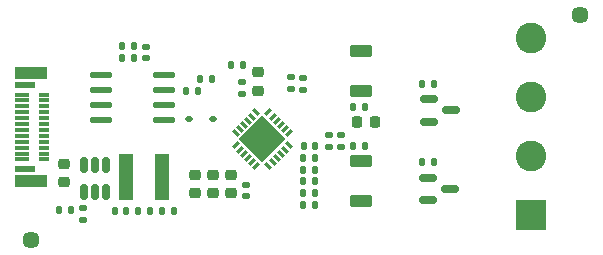
<source format=gbr>
%TF.GenerationSoftware,KiCad,Pcbnew,7.0.1-0*%
%TF.CreationDate,2023-12-26T15:33:35+01:00*%
%TF.ProjectId,luz,6c757a2e-6b69-4636-9164-5f7063625858,0.0.3a*%
%TF.SameCoordinates,Original*%
%TF.FileFunction,Soldermask,Top*%
%TF.FilePolarity,Negative*%
%FSLAX46Y46*%
G04 Gerber Fmt 4.6, Leading zero omitted, Abs format (unit mm)*
G04 Created by KiCad (PCBNEW 7.0.1-0) date 2023-12-26 15:33:35*
%MOMM*%
%LPD*%
G01*
G04 APERTURE LIST*
G04 Aperture macros list*
%AMRoundRect*
0 Rectangle with rounded corners*
0 $1 Rounding radius*
0 $2 $3 $4 $5 $6 $7 $8 $9 X,Y pos of 4 corners*
0 Add a 4 corners polygon primitive as box body*
4,1,4,$2,$3,$4,$5,$6,$7,$8,$9,$2,$3,0*
0 Add four circle primitives for the rounded corners*
1,1,$1+$1,$2,$3*
1,1,$1+$1,$4,$5*
1,1,$1+$1,$6,$7*
1,1,$1+$1,$8,$9*
0 Add four rect primitives between the rounded corners*
20,1,$1+$1,$2,$3,$4,$5,0*
20,1,$1+$1,$4,$5,$6,$7,0*
20,1,$1+$1,$6,$7,$8,$9,0*
20,1,$1+$1,$8,$9,$2,$3,0*%
%AMRotRect*
0 Rectangle, with rotation*
0 The origin of the aperture is its center*
0 $1 length*
0 $2 width*
0 $3 Rotation angle, in degrees counterclockwise*
0 Add horizontal line*
21,1,$1,$2,0,0,$3*%
G04 Aperture macros list end*
%ADD10RoundRect,0.135000X-0.135000X-0.185000X0.135000X-0.185000X0.135000X0.185000X-0.135000X0.185000X0*%
%ADD11RoundRect,0.135000X0.135000X0.185000X-0.135000X0.185000X-0.135000X-0.185000X0.135000X-0.185000X0*%
%ADD12RoundRect,0.225000X0.250000X-0.225000X0.250000X0.225000X-0.250000X0.225000X-0.250000X-0.225000X0*%
%ADD13O,1.888011X0.573990*%
%ADD14R,1.250013X0.300000*%
%ADD15R,0.850013X0.300000*%
%ADD16R,1.800000X0.500000*%
%ADD17R,2.800000X1.000000*%
%ADD18RoundRect,0.218750X0.256250X-0.218750X0.256250X0.218750X-0.256250X0.218750X-0.256250X-0.218750X0*%
%ADD19C,1.448000*%
%ADD20RoundRect,0.135000X-0.185000X0.135000X-0.185000X-0.135000X0.185000X-0.135000X0.185000X0.135000X0*%
%ADD21RoundRect,0.140000X-0.140000X-0.170000X0.140000X-0.170000X0.140000X0.170000X-0.140000X0.170000X0*%
%ADD22RoundRect,0.150000X-0.587500X-0.150000X0.587500X-0.150000X0.587500X0.150000X-0.587500X0.150000X0*%
%ADD23C,2.600000*%
%ADD24R,2.600000X2.600000*%
%ADD25RoundRect,0.102000X-0.850000X-0.400000X0.850000X-0.400000X0.850000X0.400000X-0.850000X0.400000X0*%
%ADD26RoundRect,0.218750X0.218750X0.256250X-0.218750X0.256250X-0.218750X-0.256250X0.218750X-0.256250X0*%
%ADD27RoundRect,0.140000X0.140000X0.170000X-0.140000X0.170000X-0.140000X-0.170000X0.140000X-0.170000X0*%
%ADD28RotRect,2.800000X2.800000X225.000000*%
%ADD29RotRect,0.280010X0.664999X225.000000*%
%ADD30RotRect,0.664999X0.280010X225.000000*%
%ADD31RoundRect,0.140000X-0.170000X0.140000X-0.170000X-0.140000X0.170000X-0.140000X0.170000X0.140000X0*%
%ADD32R,1.200000X4.000000*%
%ADD33RoundRect,0.112500X-0.187500X-0.112500X0.187500X-0.112500X0.187500X0.112500X-0.187500X0.112500X0*%
%ADD34RoundRect,0.135000X0.185000X-0.135000X0.185000X0.135000X-0.185000X0.135000X-0.185000X-0.135000X0*%
%ADD35RoundRect,0.150000X-0.150000X0.512500X-0.150000X-0.512500X0.150000X-0.512500X0.150000X0.512500X0*%
G04 APERTURE END LIST*
D10*
%TO.C,R14*%
X68310000Y-103350000D03*
X67290000Y-103350000D03*
%TD*%
D11*
%TO.C,R13*%
X68310000Y-110000000D03*
X67290000Y-110000000D03*
%TD*%
D12*
%TO.C,C9*%
X49620000Y-111045000D03*
X49620000Y-112595000D03*
%TD*%
D13*
%TO.C,U3*%
X45499009Y-106405004D03*
X45499009Y-105135001D03*
X45499009Y-103864999D03*
X45499009Y-102594996D03*
X40100991Y-102594996D03*
X40100991Y-103864999D03*
X40100991Y-105135001D03*
X40100991Y-106405004D03*
%TD*%
D11*
%TO.C,R9*%
X58250000Y-113600000D03*
X57230000Y-113600000D03*
%TD*%
D12*
%TO.C,C2*%
X37000000Y-110125000D03*
X37000000Y-111675000D03*
%TD*%
D14*
%TO.C,U1*%
X33419431Y-109749936D03*
X33419431Y-109250064D03*
X33419431Y-108749936D03*
X33419431Y-108250064D03*
X33419431Y-107749936D03*
X33419431Y-107250064D03*
X33419431Y-106749936D03*
X33419431Y-106250064D03*
X33419431Y-105749936D03*
X33419431Y-105250064D03*
X33419431Y-104749936D03*
X33419431Y-104250064D03*
D15*
X35329515Y-104250064D03*
X35329515Y-104749936D03*
X35329515Y-105250064D03*
X35329515Y-105749936D03*
X35329515Y-106250064D03*
X35329515Y-106749936D03*
X35329515Y-107250064D03*
X35329515Y-107749936D03*
X35329515Y-108250064D03*
X35329515Y-108749936D03*
X35329515Y-109250064D03*
X35329515Y-109749936D03*
D16*
X33694514Y-103425070D03*
D17*
X34194564Y-102410084D03*
X34194564Y-111589916D03*
D16*
X33694514Y-110574930D03*
%TD*%
D18*
%TO.C,D4*%
X53380000Y-103957500D03*
X53380000Y-102382500D03*
%TD*%
D19*
%TO.C,REF\u002A\u002A*%
X34200000Y-116600000D03*
%TD*%
%TO.C,*%
X80700000Y-97500000D03*
%TD*%
D20*
%TO.C,R1*%
X52080000Y-103220000D03*
X52080000Y-104240000D03*
%TD*%
D21*
%TO.C,C6*%
X58230000Y-111550000D03*
X57270000Y-111550000D03*
%TD*%
D11*
%TO.C,R7*%
X58260000Y-112570000D03*
X57240000Y-112570000D03*
%TD*%
D22*
%TO.C,Q4*%
X69675000Y-112250000D03*
X67800000Y-113200000D03*
X67800000Y-111300000D03*
%TD*%
%TO.C,Q1*%
X69737500Y-105600000D03*
X67862500Y-106550000D03*
X67862500Y-104650000D03*
%TD*%
D23*
%TO.C,J2*%
X76500000Y-99450000D03*
X76500000Y-104450000D03*
X76500000Y-109450000D03*
D24*
X76500000Y-114450000D03*
%TD*%
D21*
%TO.C,C4*%
X58230000Y-110600000D03*
X57270000Y-110600000D03*
%TD*%
D25*
%TO.C,S1*%
X62164457Y-103980000D03*
X62164457Y-100580000D03*
%TD*%
D10*
%TO.C,R3*%
X48530000Y-102900000D03*
X49550000Y-102900000D03*
%TD*%
D11*
%TO.C,R15*%
X62519999Y-105270000D03*
X61499999Y-105270000D03*
%TD*%
D12*
%TO.C,C12*%
X48110000Y-111045000D03*
X48110000Y-112595000D03*
%TD*%
D10*
%TO.C,R12*%
X44310000Y-114100000D03*
X43290000Y-114100000D03*
%TD*%
%TO.C,R4*%
X47350000Y-103950000D03*
X48370000Y-103950000D03*
%TD*%
D11*
%TO.C,R2*%
X42960000Y-101150000D03*
X41940000Y-101150000D03*
%TD*%
D21*
%TO.C,C10*%
X41940000Y-100150000D03*
X42900000Y-100150000D03*
%TD*%
D10*
%TO.C,R5*%
X51130000Y-101790000D03*
X52150000Y-101790000D03*
%TD*%
D12*
%TO.C,C3*%
X51143310Y-111034999D03*
X51143310Y-112584999D03*
%TD*%
D26*
%TO.C,D1*%
X61762500Y-106560000D03*
X63337500Y-106560000D03*
%TD*%
D20*
%TO.C,R10*%
X38600000Y-113890000D03*
X38600000Y-114910000D03*
%TD*%
%TO.C,R8*%
X59420000Y-107660000D03*
X59420000Y-108680000D03*
%TD*%
%TO.C,R6*%
X60490000Y-107670000D03*
X60490000Y-108690000D03*
%TD*%
D27*
%TO.C,C1*%
X61480000Y-108640000D03*
X62440000Y-108640000D03*
%TD*%
D10*
%TO.C,R16*%
X37620000Y-114000000D03*
X36600000Y-114000000D03*
%TD*%
D28*
%TO.C,U2*%
X53800000Y-108050000D03*
D29*
X56076858Y-108559182D03*
X55723395Y-108912645D03*
X55369752Y-109266289D03*
X55016289Y-109619752D03*
X54662645Y-109973395D03*
X54309182Y-110326858D03*
D30*
X53290818Y-110326858D03*
X52937355Y-109973395D03*
X52583711Y-109619752D03*
X52230248Y-109266289D03*
X51876605Y-108912645D03*
X51523142Y-108559182D03*
D29*
X51523142Y-107540818D03*
X51876605Y-107187355D03*
X52230248Y-106833711D03*
X52583711Y-106480248D03*
X52937355Y-106126605D03*
X53290818Y-105773142D03*
D30*
X54309182Y-105773142D03*
X54662645Y-106126605D03*
X55016289Y-106480248D03*
X55369752Y-106833711D03*
X55723395Y-107187355D03*
X56076858Y-107540818D03*
%TD*%
D25*
%TO.C,S2*%
X62164457Y-113260000D03*
X62164457Y-109860000D03*
%TD*%
D31*
%TO.C,C11*%
X43900000Y-100220000D03*
X43900000Y-101180000D03*
%TD*%
D32*
%TO.C,L1*%
X42275895Y-111200000D03*
X45324105Y-111200000D03*
%TD*%
D33*
%TO.C,D3*%
X47550000Y-106300000D03*
X49650000Y-106300000D03*
%TD*%
D31*
%TO.C,C22*%
X52390000Y-112870000D03*
X52390000Y-111910000D03*
%TD*%
D34*
%TO.C,R22*%
X56200000Y-102790000D03*
X56200000Y-103810000D03*
%TD*%
D21*
%TO.C,C7*%
X58240000Y-108610000D03*
X57280000Y-108610000D03*
%TD*%
D35*
%TO.C,U4*%
X40550000Y-112500000D03*
X39600000Y-112500000D03*
X38650000Y-112500000D03*
X38650000Y-110225000D03*
X39600000Y-110225000D03*
X40550000Y-110225000D03*
%TD*%
D21*
%TO.C,C8*%
X41320000Y-114100000D03*
X42280000Y-114100000D03*
%TD*%
D10*
%TO.C,R11*%
X45290000Y-114100000D03*
X46310000Y-114100000D03*
%TD*%
D21*
%TO.C,C5*%
X58230000Y-109600000D03*
X57270000Y-109600000D03*
%TD*%
D34*
%TO.C,R21*%
X57270000Y-103840000D03*
X57270000Y-102820000D03*
%TD*%
M02*

</source>
